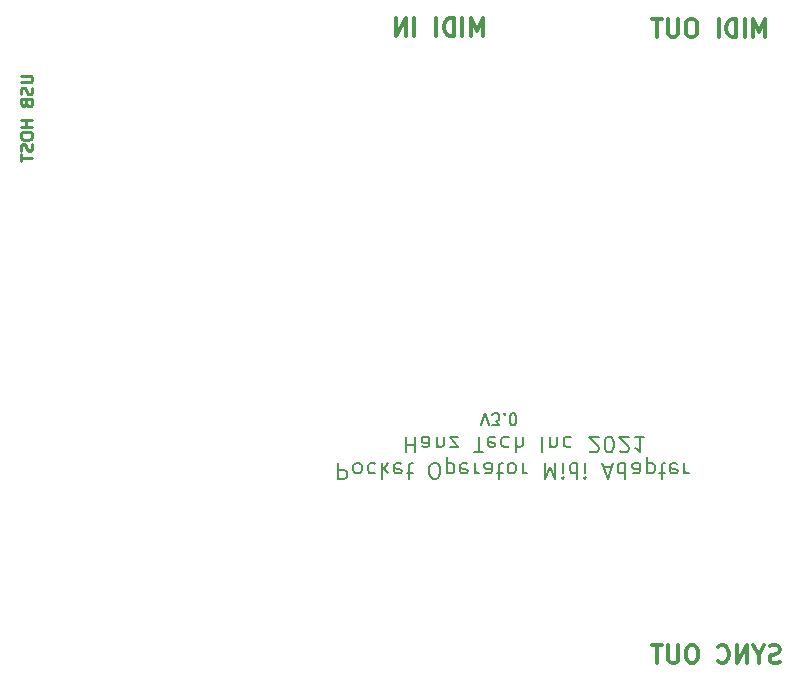
<source format=gbr>
%TF.GenerationSoftware,KiCad,Pcbnew,(5.1.10)-1*%
%TF.CreationDate,2021-12-11T23:56:17-05:00*%
%TF.ProjectId,bottom,626f7474-6f6d-42e6-9b69-6361645f7063,rev?*%
%TF.SameCoordinates,Original*%
%TF.FileFunction,Legend,Bot*%
%TF.FilePolarity,Positive*%
%FSLAX46Y46*%
G04 Gerber Fmt 4.6, Leading zero omitted, Abs format (unit mm)*
G04 Created by KiCad (PCBNEW (5.1.10)-1) date 2021-12-11 23:56:17*
%MOMM*%
%LPD*%
G01*
G04 APERTURE LIST*
%ADD10C,0.250000*%
%ADD11C,0.300000*%
%ADD12C,0.200000*%
%ADD13C,0.150000*%
G04 APERTURE END LIST*
D10*
X118204780Y-77432380D02*
X119014304Y-77432380D01*
X119109542Y-77480000D01*
X119157161Y-77527619D01*
X119204780Y-77622857D01*
X119204780Y-77813333D01*
X119157161Y-77908571D01*
X119109542Y-77956190D01*
X119014304Y-78003809D01*
X118204780Y-78003809D01*
X119157161Y-78432380D02*
X119204780Y-78575238D01*
X119204780Y-78813333D01*
X119157161Y-78908571D01*
X119109542Y-78956190D01*
X119014304Y-79003809D01*
X118919066Y-79003809D01*
X118823828Y-78956190D01*
X118776209Y-78908571D01*
X118728590Y-78813333D01*
X118680971Y-78622857D01*
X118633352Y-78527619D01*
X118585733Y-78480000D01*
X118490495Y-78432380D01*
X118395257Y-78432380D01*
X118300019Y-78480000D01*
X118252400Y-78527619D01*
X118204780Y-78622857D01*
X118204780Y-78860952D01*
X118252400Y-79003809D01*
X118680971Y-79765714D02*
X118728590Y-79908571D01*
X118776209Y-79956190D01*
X118871447Y-80003809D01*
X119014304Y-80003809D01*
X119109542Y-79956190D01*
X119157161Y-79908571D01*
X119204780Y-79813333D01*
X119204780Y-79432380D01*
X118204780Y-79432380D01*
X118204780Y-79765714D01*
X118252400Y-79860952D01*
X118300019Y-79908571D01*
X118395257Y-79956190D01*
X118490495Y-79956190D01*
X118585733Y-79908571D01*
X118633352Y-79860952D01*
X118680971Y-79765714D01*
X118680971Y-79432380D01*
X119204780Y-81194285D02*
X118204780Y-81194285D01*
X118680971Y-81194285D02*
X118680971Y-81765714D01*
X119204780Y-81765714D02*
X118204780Y-81765714D01*
X118204780Y-82432380D02*
X118204780Y-82622857D01*
X118252400Y-82718095D01*
X118347638Y-82813333D01*
X118538114Y-82860952D01*
X118871447Y-82860952D01*
X119061923Y-82813333D01*
X119157161Y-82718095D01*
X119204780Y-82622857D01*
X119204780Y-82432380D01*
X119157161Y-82337142D01*
X119061923Y-82241904D01*
X118871447Y-82194285D01*
X118538114Y-82194285D01*
X118347638Y-82241904D01*
X118252400Y-82337142D01*
X118204780Y-82432380D01*
X119157161Y-83241904D02*
X119204780Y-83384761D01*
X119204780Y-83622857D01*
X119157161Y-83718095D01*
X119109542Y-83765714D01*
X119014304Y-83813333D01*
X118919066Y-83813333D01*
X118823828Y-83765714D01*
X118776209Y-83718095D01*
X118728590Y-83622857D01*
X118680971Y-83432380D01*
X118633352Y-83337142D01*
X118585733Y-83289523D01*
X118490495Y-83241904D01*
X118395257Y-83241904D01*
X118300019Y-83289523D01*
X118252400Y-83337142D01*
X118204780Y-83432380D01*
X118204780Y-83670476D01*
X118252400Y-83813333D01*
X118204780Y-84099047D02*
X118204780Y-84670476D01*
X119204780Y-84384761D02*
X118204780Y-84384761D01*
D11*
X181230971Y-74158571D02*
X181230971Y-72658571D01*
X180730971Y-73730000D01*
X180230971Y-72658571D01*
X180230971Y-74158571D01*
X179516685Y-74158571D02*
X179516685Y-72658571D01*
X178802400Y-74158571D02*
X178802400Y-72658571D01*
X178445257Y-72658571D01*
X178230971Y-72730000D01*
X178088114Y-72872857D01*
X178016685Y-73015714D01*
X177945257Y-73301428D01*
X177945257Y-73515714D01*
X178016685Y-73801428D01*
X178088114Y-73944285D01*
X178230971Y-74087142D01*
X178445257Y-74158571D01*
X178802400Y-74158571D01*
X177302400Y-74158571D02*
X177302400Y-72658571D01*
X175159542Y-72658571D02*
X174873828Y-72658571D01*
X174730971Y-72730000D01*
X174588114Y-72872857D01*
X174516685Y-73158571D01*
X174516685Y-73658571D01*
X174588114Y-73944285D01*
X174730971Y-74087142D01*
X174873828Y-74158571D01*
X175159542Y-74158571D01*
X175302400Y-74087142D01*
X175445257Y-73944285D01*
X175516685Y-73658571D01*
X175516685Y-73158571D01*
X175445257Y-72872857D01*
X175302400Y-72730000D01*
X175159542Y-72658571D01*
X173873828Y-72658571D02*
X173873828Y-73872857D01*
X173802400Y-74015714D01*
X173730971Y-74087142D01*
X173588114Y-74158571D01*
X173302400Y-74158571D01*
X173159542Y-74087142D01*
X173088114Y-74015714D01*
X173016685Y-73872857D01*
X173016685Y-72658571D01*
X172516685Y-72658571D02*
X171659542Y-72658571D01*
X172088114Y-74158571D02*
X172088114Y-72658571D01*
X182473828Y-127087142D02*
X182259542Y-127158571D01*
X181902400Y-127158571D01*
X181759542Y-127087142D01*
X181688114Y-127015714D01*
X181616685Y-126872857D01*
X181616685Y-126730000D01*
X181688114Y-126587142D01*
X181759542Y-126515714D01*
X181902400Y-126444285D01*
X182188114Y-126372857D01*
X182330971Y-126301428D01*
X182402400Y-126230000D01*
X182473828Y-126087142D01*
X182473828Y-125944285D01*
X182402400Y-125801428D01*
X182330971Y-125730000D01*
X182188114Y-125658571D01*
X181830971Y-125658571D01*
X181616685Y-125730000D01*
X180688114Y-126444285D02*
X180688114Y-127158571D01*
X181188114Y-125658571D02*
X180688114Y-126444285D01*
X180188114Y-125658571D01*
X179688114Y-127158571D02*
X179688114Y-125658571D01*
X178830971Y-127158571D01*
X178830971Y-125658571D01*
X177259542Y-127015714D02*
X177330971Y-127087142D01*
X177545257Y-127158571D01*
X177688114Y-127158571D01*
X177902400Y-127087142D01*
X178045257Y-126944285D01*
X178116685Y-126801428D01*
X178188114Y-126515714D01*
X178188114Y-126301428D01*
X178116685Y-126015714D01*
X178045257Y-125872857D01*
X177902400Y-125730000D01*
X177688114Y-125658571D01*
X177545257Y-125658571D01*
X177330971Y-125730000D01*
X177259542Y-125801428D01*
X175188114Y-125658571D02*
X174902400Y-125658571D01*
X174759542Y-125730000D01*
X174616685Y-125872857D01*
X174545257Y-126158571D01*
X174545257Y-126658571D01*
X174616685Y-126944285D01*
X174759542Y-127087142D01*
X174902400Y-127158571D01*
X175188114Y-127158571D01*
X175330971Y-127087142D01*
X175473828Y-126944285D01*
X175545257Y-126658571D01*
X175545257Y-126158571D01*
X175473828Y-125872857D01*
X175330971Y-125730000D01*
X175188114Y-125658571D01*
X173902400Y-125658571D02*
X173902400Y-126872857D01*
X173830971Y-127015714D01*
X173759542Y-127087142D01*
X173616685Y-127158571D01*
X173330971Y-127158571D01*
X173188114Y-127087142D01*
X173116685Y-127015714D01*
X173045257Y-126872857D01*
X173045257Y-125658571D01*
X172545257Y-125658571D02*
X171688114Y-125658571D01*
X172116685Y-127158571D02*
X172116685Y-125658571D01*
D12*
X145098828Y-110206785D02*
X145098828Y-111556785D01*
X145613114Y-111556785D01*
X145741685Y-111492500D01*
X145805971Y-111428214D01*
X145870257Y-111299642D01*
X145870257Y-111106785D01*
X145805971Y-110978214D01*
X145741685Y-110913928D01*
X145613114Y-110849642D01*
X145098828Y-110849642D01*
X146641685Y-110206785D02*
X146513114Y-110271071D01*
X146448828Y-110335357D01*
X146384542Y-110463928D01*
X146384542Y-110849642D01*
X146448828Y-110978214D01*
X146513114Y-111042500D01*
X146641685Y-111106785D01*
X146834542Y-111106785D01*
X146963114Y-111042500D01*
X147027400Y-110978214D01*
X147091685Y-110849642D01*
X147091685Y-110463928D01*
X147027400Y-110335357D01*
X146963114Y-110271071D01*
X146834542Y-110206785D01*
X146641685Y-110206785D01*
X148248828Y-110271071D02*
X148120257Y-110206785D01*
X147863114Y-110206785D01*
X147734542Y-110271071D01*
X147670257Y-110335357D01*
X147605971Y-110463928D01*
X147605971Y-110849642D01*
X147670257Y-110978214D01*
X147734542Y-111042500D01*
X147863114Y-111106785D01*
X148120257Y-111106785D01*
X148248828Y-111042500D01*
X148827400Y-110206785D02*
X148827400Y-111556785D01*
X148955971Y-110721071D02*
X149341685Y-110206785D01*
X149341685Y-111106785D02*
X148827400Y-110592500D01*
X150434542Y-110271071D02*
X150305971Y-110206785D01*
X150048828Y-110206785D01*
X149920257Y-110271071D01*
X149855971Y-110399642D01*
X149855971Y-110913928D01*
X149920257Y-111042500D01*
X150048828Y-111106785D01*
X150305971Y-111106785D01*
X150434542Y-111042500D01*
X150498828Y-110913928D01*
X150498828Y-110785357D01*
X149855971Y-110656785D01*
X150884542Y-111106785D02*
X151398828Y-111106785D01*
X151077400Y-111556785D02*
X151077400Y-110399642D01*
X151141685Y-110271071D01*
X151270257Y-110206785D01*
X151398828Y-110206785D01*
X153134542Y-111556785D02*
X153391685Y-111556785D01*
X153520257Y-111492500D01*
X153648828Y-111363928D01*
X153713114Y-111106785D01*
X153713114Y-110656785D01*
X153648828Y-110399642D01*
X153520257Y-110271071D01*
X153391685Y-110206785D01*
X153134542Y-110206785D01*
X153005971Y-110271071D01*
X152877400Y-110399642D01*
X152813114Y-110656785D01*
X152813114Y-111106785D01*
X152877400Y-111363928D01*
X153005971Y-111492500D01*
X153134542Y-111556785D01*
X154291685Y-111106785D02*
X154291685Y-109756785D01*
X154291685Y-111042500D02*
X154420257Y-111106785D01*
X154677400Y-111106785D01*
X154805971Y-111042500D01*
X154870257Y-110978214D01*
X154934542Y-110849642D01*
X154934542Y-110463928D01*
X154870257Y-110335357D01*
X154805971Y-110271071D01*
X154677400Y-110206785D01*
X154420257Y-110206785D01*
X154291685Y-110271071D01*
X156027400Y-110271071D02*
X155898828Y-110206785D01*
X155641685Y-110206785D01*
X155513114Y-110271071D01*
X155448828Y-110399642D01*
X155448828Y-110913928D01*
X155513114Y-111042500D01*
X155641685Y-111106785D01*
X155898828Y-111106785D01*
X156027400Y-111042500D01*
X156091685Y-110913928D01*
X156091685Y-110785357D01*
X155448828Y-110656785D01*
X156670257Y-110206785D02*
X156670257Y-111106785D01*
X156670257Y-110849642D02*
X156734542Y-110978214D01*
X156798828Y-111042500D01*
X156927400Y-111106785D01*
X157055971Y-111106785D01*
X158084542Y-110206785D02*
X158084542Y-110913928D01*
X158020257Y-111042500D01*
X157891685Y-111106785D01*
X157634542Y-111106785D01*
X157505971Y-111042500D01*
X158084542Y-110271071D02*
X157955971Y-110206785D01*
X157634542Y-110206785D01*
X157505971Y-110271071D01*
X157441685Y-110399642D01*
X157441685Y-110528214D01*
X157505971Y-110656785D01*
X157634542Y-110721071D01*
X157955971Y-110721071D01*
X158084542Y-110785357D01*
X158534542Y-111106785D02*
X159048828Y-111106785D01*
X158727400Y-111556785D02*
X158727400Y-110399642D01*
X158791685Y-110271071D01*
X158920257Y-110206785D01*
X159048828Y-110206785D01*
X159691685Y-110206785D02*
X159563114Y-110271071D01*
X159498828Y-110335357D01*
X159434542Y-110463928D01*
X159434542Y-110849642D01*
X159498828Y-110978214D01*
X159563114Y-111042500D01*
X159691685Y-111106785D01*
X159884542Y-111106785D01*
X160013114Y-111042500D01*
X160077400Y-110978214D01*
X160141685Y-110849642D01*
X160141685Y-110463928D01*
X160077400Y-110335357D01*
X160013114Y-110271071D01*
X159884542Y-110206785D01*
X159691685Y-110206785D01*
X160720257Y-110206785D02*
X160720257Y-111106785D01*
X160720257Y-110849642D02*
X160784542Y-110978214D01*
X160848828Y-111042500D01*
X160977400Y-111106785D01*
X161105971Y-111106785D01*
X162584542Y-110206785D02*
X162584542Y-111556785D01*
X163034542Y-110592500D01*
X163484542Y-111556785D01*
X163484542Y-110206785D01*
X164127400Y-110206785D02*
X164127400Y-111106785D01*
X164127400Y-111556785D02*
X164063114Y-111492500D01*
X164127400Y-111428214D01*
X164191685Y-111492500D01*
X164127400Y-111556785D01*
X164127400Y-111428214D01*
X165348828Y-110206785D02*
X165348828Y-111556785D01*
X165348828Y-110271071D02*
X165220257Y-110206785D01*
X164963114Y-110206785D01*
X164834542Y-110271071D01*
X164770257Y-110335357D01*
X164705971Y-110463928D01*
X164705971Y-110849642D01*
X164770257Y-110978214D01*
X164834542Y-111042500D01*
X164963114Y-111106785D01*
X165220257Y-111106785D01*
X165348828Y-111042500D01*
X165991685Y-110206785D02*
X165991685Y-111106785D01*
X165991685Y-111556785D02*
X165927400Y-111492500D01*
X165991685Y-111428214D01*
X166055971Y-111492500D01*
X165991685Y-111556785D01*
X165991685Y-111428214D01*
X167598828Y-110592500D02*
X168241685Y-110592500D01*
X167470257Y-110206785D02*
X167920257Y-111556785D01*
X168370257Y-110206785D01*
X169398828Y-110206785D02*
X169398828Y-111556785D01*
X169398828Y-110271071D02*
X169270257Y-110206785D01*
X169013114Y-110206785D01*
X168884542Y-110271071D01*
X168820257Y-110335357D01*
X168755971Y-110463928D01*
X168755971Y-110849642D01*
X168820257Y-110978214D01*
X168884542Y-111042500D01*
X169013114Y-111106785D01*
X169270257Y-111106785D01*
X169398828Y-111042500D01*
X170620257Y-110206785D02*
X170620257Y-110913928D01*
X170555971Y-111042500D01*
X170427400Y-111106785D01*
X170170257Y-111106785D01*
X170041685Y-111042500D01*
X170620257Y-110271071D02*
X170491685Y-110206785D01*
X170170257Y-110206785D01*
X170041685Y-110271071D01*
X169977400Y-110399642D01*
X169977400Y-110528214D01*
X170041685Y-110656785D01*
X170170257Y-110721071D01*
X170491685Y-110721071D01*
X170620257Y-110785357D01*
X171263114Y-111106785D02*
X171263114Y-109756785D01*
X171263114Y-111042500D02*
X171391685Y-111106785D01*
X171648828Y-111106785D01*
X171777400Y-111042500D01*
X171841685Y-110978214D01*
X171905971Y-110849642D01*
X171905971Y-110463928D01*
X171841685Y-110335357D01*
X171777400Y-110271071D01*
X171648828Y-110206785D01*
X171391685Y-110206785D01*
X171263114Y-110271071D01*
X172291685Y-111106785D02*
X172805971Y-111106785D01*
X172484542Y-111556785D02*
X172484542Y-110399642D01*
X172548828Y-110271071D01*
X172677400Y-110206785D01*
X172805971Y-110206785D01*
X173770257Y-110271071D02*
X173641685Y-110206785D01*
X173384542Y-110206785D01*
X173255971Y-110271071D01*
X173191685Y-110399642D01*
X173191685Y-110913928D01*
X173255971Y-111042500D01*
X173384542Y-111106785D01*
X173641685Y-111106785D01*
X173770257Y-111042500D01*
X173834542Y-110913928D01*
X173834542Y-110785357D01*
X173191685Y-110656785D01*
X174413114Y-110206785D02*
X174413114Y-111106785D01*
X174413114Y-110849642D02*
X174477400Y-110978214D01*
X174541685Y-111042500D01*
X174670257Y-111106785D01*
X174798828Y-111106785D01*
X150820257Y-107981785D02*
X150820257Y-109331785D01*
X150820257Y-108688928D02*
X151591685Y-108688928D01*
X151591685Y-107981785D02*
X151591685Y-109331785D01*
X152813114Y-107981785D02*
X152813114Y-108688928D01*
X152748828Y-108817500D01*
X152620257Y-108881785D01*
X152363114Y-108881785D01*
X152234542Y-108817500D01*
X152813114Y-108046071D02*
X152684542Y-107981785D01*
X152363114Y-107981785D01*
X152234542Y-108046071D01*
X152170257Y-108174642D01*
X152170257Y-108303214D01*
X152234542Y-108431785D01*
X152363114Y-108496071D01*
X152684542Y-108496071D01*
X152813114Y-108560357D01*
X153455971Y-108881785D02*
X153455971Y-107981785D01*
X153455971Y-108753214D02*
X153520257Y-108817500D01*
X153648828Y-108881785D01*
X153841685Y-108881785D01*
X153970257Y-108817500D01*
X154034542Y-108688928D01*
X154034542Y-107981785D01*
X154548828Y-108881785D02*
X155255971Y-108881785D01*
X154548828Y-107981785D01*
X155255971Y-107981785D01*
X156605971Y-109331785D02*
X157377400Y-109331785D01*
X156991685Y-107981785D02*
X156991685Y-109331785D01*
X158341685Y-108046071D02*
X158213114Y-107981785D01*
X157955971Y-107981785D01*
X157827400Y-108046071D01*
X157763114Y-108174642D01*
X157763114Y-108688928D01*
X157827400Y-108817500D01*
X157955971Y-108881785D01*
X158213114Y-108881785D01*
X158341685Y-108817500D01*
X158405971Y-108688928D01*
X158405971Y-108560357D01*
X157763114Y-108431785D01*
X159563114Y-108046071D02*
X159434542Y-107981785D01*
X159177400Y-107981785D01*
X159048828Y-108046071D01*
X158984542Y-108110357D01*
X158920257Y-108238928D01*
X158920257Y-108624642D01*
X158984542Y-108753214D01*
X159048828Y-108817500D01*
X159177400Y-108881785D01*
X159434542Y-108881785D01*
X159563114Y-108817500D01*
X160141685Y-107981785D02*
X160141685Y-109331785D01*
X160720257Y-107981785D02*
X160720257Y-108688928D01*
X160655971Y-108817500D01*
X160527400Y-108881785D01*
X160334542Y-108881785D01*
X160205971Y-108817500D01*
X160141685Y-108753214D01*
X162391685Y-107981785D02*
X162391685Y-109331785D01*
X163034542Y-108881785D02*
X163034542Y-107981785D01*
X163034542Y-108753214D02*
X163098828Y-108817500D01*
X163227400Y-108881785D01*
X163420257Y-108881785D01*
X163548828Y-108817500D01*
X163613114Y-108688928D01*
X163613114Y-107981785D01*
X164834542Y-108046071D02*
X164705971Y-107981785D01*
X164448828Y-107981785D01*
X164320257Y-108046071D01*
X164255971Y-108110357D01*
X164191685Y-108238928D01*
X164191685Y-108624642D01*
X164255971Y-108753214D01*
X164320257Y-108817500D01*
X164448828Y-108881785D01*
X164705971Y-108881785D01*
X164834542Y-108817500D01*
X166377400Y-109203214D02*
X166441685Y-109267500D01*
X166570257Y-109331785D01*
X166891685Y-109331785D01*
X167020257Y-109267500D01*
X167084542Y-109203214D01*
X167148828Y-109074642D01*
X167148828Y-108946071D01*
X167084542Y-108753214D01*
X166313114Y-107981785D01*
X167148828Y-107981785D01*
X167984542Y-109331785D02*
X168113114Y-109331785D01*
X168241685Y-109267500D01*
X168305971Y-109203214D01*
X168370257Y-109074642D01*
X168434542Y-108817500D01*
X168434542Y-108496071D01*
X168370257Y-108238928D01*
X168305971Y-108110357D01*
X168241685Y-108046071D01*
X168113114Y-107981785D01*
X167984542Y-107981785D01*
X167855971Y-108046071D01*
X167791685Y-108110357D01*
X167727400Y-108238928D01*
X167663114Y-108496071D01*
X167663114Y-108817500D01*
X167727400Y-109074642D01*
X167791685Y-109203214D01*
X167855971Y-109267500D01*
X167984542Y-109331785D01*
X168948828Y-109203214D02*
X169013114Y-109267500D01*
X169141685Y-109331785D01*
X169463114Y-109331785D01*
X169591685Y-109267500D01*
X169655971Y-109203214D01*
X169720257Y-109074642D01*
X169720257Y-108946071D01*
X169655971Y-108753214D01*
X168884542Y-107981785D01*
X169720257Y-107981785D01*
X171005971Y-107981785D02*
X170234542Y-107981785D01*
X170620257Y-107981785D02*
X170620257Y-109331785D01*
X170491685Y-109138928D01*
X170363114Y-109010357D01*
X170234542Y-108946071D01*
D13*
X157228590Y-107027619D02*
X157561923Y-106027619D01*
X157895257Y-107027619D01*
X158133352Y-107027619D02*
X158752400Y-107027619D01*
X158419066Y-106646666D01*
X158561923Y-106646666D01*
X158657161Y-106599047D01*
X158704780Y-106551428D01*
X158752400Y-106456190D01*
X158752400Y-106218095D01*
X158704780Y-106122857D01*
X158657161Y-106075238D01*
X158561923Y-106027619D01*
X158276209Y-106027619D01*
X158180971Y-106075238D01*
X158133352Y-106122857D01*
X159180971Y-106122857D02*
X159228590Y-106075238D01*
X159180971Y-106027619D01*
X159133352Y-106075238D01*
X159180971Y-106122857D01*
X159180971Y-106027619D01*
X159847638Y-107027619D02*
X159942876Y-107027619D01*
X160038114Y-106980000D01*
X160085733Y-106932380D01*
X160133352Y-106837142D01*
X160180971Y-106646666D01*
X160180971Y-106408571D01*
X160133352Y-106218095D01*
X160085733Y-106122857D01*
X160038114Y-106075238D01*
X159942876Y-106027619D01*
X159847638Y-106027619D01*
X159752400Y-106075238D01*
X159704780Y-106122857D01*
X159657161Y-106218095D01*
X159609542Y-106408571D01*
X159609542Y-106646666D01*
X159657161Y-106837142D01*
X159704780Y-106932380D01*
X159752400Y-106980000D01*
X159847638Y-107027619D01*
D11*
X157330971Y-74058571D02*
X157330971Y-72558571D01*
X156830971Y-73630000D01*
X156330971Y-72558571D01*
X156330971Y-74058571D01*
X155616685Y-74058571D02*
X155616685Y-72558571D01*
X154902400Y-74058571D02*
X154902400Y-72558571D01*
X154545257Y-72558571D01*
X154330971Y-72630000D01*
X154188114Y-72772857D01*
X154116685Y-72915714D01*
X154045257Y-73201428D01*
X154045257Y-73415714D01*
X154116685Y-73701428D01*
X154188114Y-73844285D01*
X154330971Y-73987142D01*
X154545257Y-74058571D01*
X154902400Y-74058571D01*
X153402400Y-74058571D02*
X153402400Y-72558571D01*
X151545257Y-74058571D02*
X151545257Y-72558571D01*
X150830971Y-74058571D02*
X150830971Y-72558571D01*
X149973828Y-74058571D01*
X149973828Y-72558571D01*
M02*

</source>
